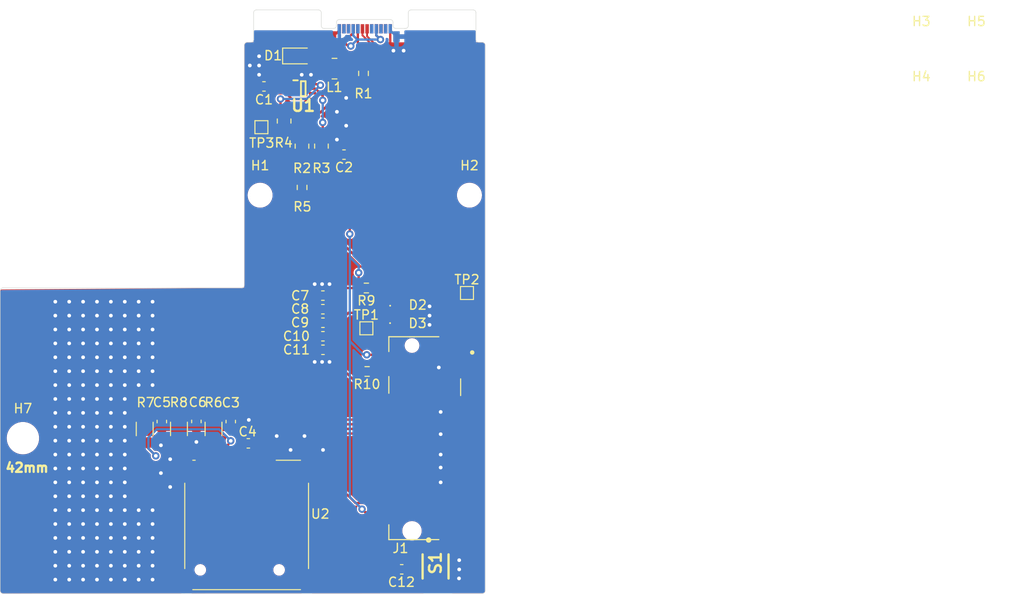
<source format=kicad_pcb>
(kicad_pcb (version 20221018) (generator pcbnew)

  (general
    (thickness 1.6)
  )

  (paper "A4")
  (title_block
    (title "Expansion Card Template")
    (rev "X1")
    (company "Framework")
    (comment 1 "This work is licensed under a Creative Commons Attribution 4.0 International License")
    (comment 4 "https://frame.work")
  )

  (layers
    (0 "F.Cu" signal)
    (31 "B.Cu" signal)
    (32 "B.Adhes" user "B.Adhesive")
    (33 "F.Adhes" user "F.Adhesive")
    (34 "B.Paste" user)
    (35 "F.Paste" user)
    (36 "B.SilkS" user "B.Silkscreen")
    (37 "F.SilkS" user "F.Silkscreen")
    (38 "B.Mask" user)
    (39 "F.Mask" user)
    (40 "Dwgs.User" user "User.Drawings")
    (41 "Cmts.User" user "User.Comments")
    (42 "Eco1.User" user "User.Eco1")
    (43 "Eco2.User" user "User.Eco2")
    (44 "Edge.Cuts" user)
    (45 "Margin" user)
    (46 "B.CrtYd" user "B.Courtyard")
    (47 "F.CrtYd" user "F.Courtyard")
    (48 "B.Fab" user)
    (49 "F.Fab" user)
  )

  (setup
    (stackup
      (layer "F.SilkS" (type "Top Silk Screen"))
      (layer "F.Paste" (type "Top Solder Paste"))
      (layer "F.Mask" (type "Top Solder Mask") (thickness 0.01))
      (layer "F.Cu" (type "copper") (thickness 0.035))
      (layer "dielectric 1" (type "core") (thickness 1.51) (material "FR4") (epsilon_r 4.5) (loss_tangent 0.02))
      (layer "B.Cu" (type "copper") (thickness 0.035))
      (layer "B.Mask" (type "Bottom Solder Mask") (thickness 0.01))
      (layer "B.Paste" (type "Bottom Solder Paste"))
      (layer "B.SilkS" (type "Bottom Silk Screen"))
      (copper_finish "None")
      (dielectric_constraints no)
    )
    (pad_to_mask_clearance 0)
    (aux_axis_origin 100.5 190)
    (grid_origin 100.5 190)
    (pcbplotparams
      (layerselection 0x0001000_7ffffffe)
      (plot_on_all_layers_selection 0x0000000_00000000)
      (disableapertmacros false)
      (usegerberextensions false)
      (usegerberattributes true)
      (usegerberadvancedattributes true)
      (creategerberjobfile true)
      (dashed_line_dash_ratio 12.000000)
      (dashed_line_gap_ratio 3.000000)
      (svgprecision 4)
      (plotframeref false)
      (viasonmask false)
      (mode 1)
      (useauxorigin false)
      (hpglpennumber 1)
      (hpglpenspeed 20)
      (hpglpendiameter 15.000000)
      (dxfpolygonmode true)
      (dxfimperialunits true)
      (dxfusepcbnewfont true)
      (psnegative false)
      (psa4output false)
      (plotreference true)
      (plotvalue true)
      (plotinvisibletext false)
      (sketchpadsonfab false)
      (subtractmaskfromsilk false)
      (outputformat 3)
      (mirror false)
      (drillshape 0)
      (scaleselection 1)
      (outputdirectory "")
    )
  )

  (net 0 "")
  (net 1 "GND")
  (net 2 "+3.3V")
  (net 3 "VBUS")
  (net 4 "/UIM-RESET")
  (net 5 "/UIM-CLK")
  (net 6 "/UIM-DATA")
  (net 7 "/UIM-PWR")
  (net 8 "/RESET")
  (net 9 "Net-(D1-A)")
  (net 10 "Net-(D2-A)")
  (net 11 "/WWAN_ACTIVITY")
  (net 12 "Net-(D3-A)")
  (net 13 "unconnected-(J1-CONFIG_3-Pad1)")
  (net 14 "Net-(J1-~{FULL_CARD_POWER_OFF})")
  (net 15 "/USB_D+")
  (net 16 "unconnected-(J1-~{W_DISABLE1}-Pad8)")
  (net 17 "/USB_D-")
  (net 18 "unconnected-(J1-GPIO_5-Pad20)")
  (net 19 "unconnected-(J1-CONFIG_0-Pad21)")
  (net 20 "unconnected-(J1-GPIO_6-Pad22)")
  (net 21 "Net-(J1-GPIO_11)")
  (net 22 "unconnected-(J1-GPIO_7-Pad24)")
  (net 23 "unconnected-(J1-DPR-Pad25)")
  (net 24 "unconnected-(J1-GPIO_10-Pad26)")
  (net 25 "unconnected-(J1-GPIO_8-Pad28)")
  (net 26 "unconnected-(J1-PERn1{slash}USB3.0-Rx-{slash}SSIC-RxN-Pad29)")
  (net 27 "unconnected-(J1-PERp1{slash}USB3.0-Rx+{slash}SSIC-RxP-Pad31)")
  (net 28 "unconnected-(J1-PETn1{slash}USB3.0-Tx-{slash}SSIC-TxN-Pad35)")
  (net 29 "unconnected-(J1-PETp1{slash}USB3.0-Tx+{slash}SSIC-TxP-Pad37)")
  (net 30 "unconnected-(J1-DEVSLP-Pad38)")
  (net 31 "unconnected-(J1-GPIO_0-Pad40)")
  (net 32 "unconnected-(J1-PERn0{slash}SATA-B+-Pad41)")
  (net 33 "unconnected-(J1-GPIO_1-Pad42)")
  (net 34 "unconnected-(J1-PERp0{slash}SATA-B--Pad43)")
  (net 35 "unconnected-(J1-GPIO_2-Pad44)")
  (net 36 "unconnected-(J1-GPIO_3-Pad46)")
  (net 37 "unconnected-(J1-PETn0{slash}SATA-A--Pad47)")
  (net 38 "unconnected-(J1-GPIO_4-Pad48)")
  (net 39 "unconnected-(J1-PETp0{slash}SATA-A+-Pad49)")
  (net 40 "unconnected-(J1-~{PERST}-Pad50)")
  (net 41 "unconnected-(J1-~{CLKREQ}-Pad52)")
  (net 42 "unconnected-(J1-REFCLKn-Pad53)")
  (net 43 "unconnected-(J1-~{PEWAKE}-Pad54)")
  (net 44 "unconnected-(J1-REFCLKp-Pad55)")
  (net 45 "unconnected-(J1-NC-Pad56)")
  (net 46 "unconnected-(J1-NC-Pad58)")
  (net 47 "unconnected-(J1-ANTCTL0-Pad59)")
  (net 48 "unconnected-(J1-COEX3-Pad60)")
  (net 49 "unconnected-(J1-ANTCTL1-Pad61)")
  (net 50 "unconnected-(J1-COEX2-Pad62)")
  (net 51 "unconnected-(J1-ANTCTL2-Pad63)")
  (net 52 "unconnected-(J1-COEX1-Pad64)")
  (net 53 "unconnected-(J1-ANTCTL3-Pad65)")
  (net 54 "/SIM_DETECT")
  (net 55 "unconnected-(J1-SUSCLK-Pad68)")
  (net 56 "unconnected-(J1-CONFIG_1-Pad69)")
  (net 57 "unconnected-(J1-CONFIG_2-Pad75)")
  (net 58 "Net-(U1-SW)")
  (net 59 "Net-(P1-CC)")
  (net 60 "unconnected-(P1-VCONN-PadB5)")
  (net 61 "Net-(U1-FB)")
  (net 62 "Net-(U1-PG)")
  (net 63 "Net-(U2-I{slash}O)")
  (net 64 "Net-(U2-RST)")
  (net 65 "Net-(U2-CLK)")
  (net 66 "unconnected-(S1-Pad2)")
  (net 67 "unconnected-(S1-Pad4)")
  (net 68 "unconnected-(U2-VPP-PadC6)")

  (footprint "Capacitor_SMD:C_0603_1608Metric" (layer "F.Cu") (at 143.895 187.39))

  (footprint "Diode_SMD:D_SOD-323" (layer "F.Cu") (at 132.65 131.97))

  (footprint "Connector_USB:USB_C_Plug_Molex_105444" (layer "F.Cu") (at 139.918 129))

  (footprint "TPS:SOTFL50P160X60-6N" (layer "F.Cu") (at 133.268 135.5))

  (footprint "MountingHole:MountingHole_2.2mm_M2" (layer "F.Cu") (at 128.608 147))

  (footprint "Resistor_SMD:R_0805_2012Metric" (layer "F.Cu") (at 135.23 141.7025 -90))

  (footprint "MountingHole:MountingHole_2.2mm_M2" (layer "F.Cu") (at 151.208 147))

  (footprint "Resistor_SMD:R_1206_3216Metric" (layer "F.Cu") (at 119.85 172.23 90))

  (footprint "Capacitor_SMD:C_0603_1608Metric" (layer "F.Cu") (at 121.73 171.425 90))

  (footprint "TestPoint:TestPoint_Pad_1.0x1.0mm" (layer "F.Cu") (at 140.08 161.37))

  (footprint "MountingHole:MountingHole_2.2mm_M2" (layer "F.Cu") (at 205.935 137.39))

  (footprint "NGFF:TE_2199119-3" (layer "F.Cu") (at 145.005 173.23 -90))

  (footprint "Capacitor_SMD:C_0603_1608Metric" (layer "F.Cu") (at 127.34 173.79 180))

  (footprint "Diode_SMD:D_0402_1005Metric" (layer "F.Cu") (at 143.73 160.81))

  (footprint "TestPoint:TestPoint_Pad_1.0x1.0mm" (layer "F.Cu") (at 150.94 157.56))

  (footprint "Capacitor_SMD:C_0603_1608Metric" (layer "F.Cu") (at 125.44 171.44 90))

  (footprint "NSCCP-D-06-G-SMT-SW-T:NSCCP-D-06-G-SMT-SW-T&slash_R" (layer "F.Cu") (at 127.1548 182.5986))

  (footprint "Resistor_SMD:R_1206_3216Metric" (layer "F.Cu") (at 123.58 172.2325 90))

  (footprint "Capacitor_SMD:C_0603_1608Metric" (layer "F.Cu") (at 135.39 162.23 180))

  (footprint "Capacitor_SMD:C_0603_1608Metric" (layer "F.Cu") (at 135.39 160.77 180))

  (footprint "Capacitor_SMD:C_0603_1608Metric" (layer "F.Cu") (at 129.025 135.26 180))

  (footprint "Resistor_SMD:R_0603_1608Metric" (layer "F.Cu") (at 140.08 157.02))

  (footprint "Resistor_SMD:R_1206_3216Metric" (layer "F.Cu") (at 116.15 172.2375 90))

  (footprint "Capacitor_SMD:C_0603_1608Metric" (layer "F.Cu") (at 135.385 157.84 180))

  (footprint "Resistor_SMD:R_0805_2012Metric" (layer "F.Cu") (at 131.2 138.9975 -90))

  (footprint "Capacitor_SMD:C_0603_1608Metric" (layer "F.Cu") (at 118 171.435 -90))

  (footprint "MountingHole:MountingHole_2.2mm_M2" (layer "F.Cu") (at 199.985 137.39))

  (footprint "Resistor_SMD:R_0603_1608Metric" (layer "F.Cu") (at 140.16 166.03))

  (footprint "TestPoint:TestPoint_Pad_1.0x1.0mm" (layer "F.Cu") (at 128.75 139.66))

  (footprint "Inductor_SMD:L_1008_2520Metric" (layer "F.Cu") (at 136.64 133.34))

  (footprint "Resistor_SMD:R_0603_1608Metric" (layer "F.Cu") (at 139.77 133.855 -90))

  (footprint "MountingHole:MountingHole_2.2mm_M2" (layer "F.Cu") (at 199.985 131.44))

  (footprint "Capacitor_SMD:C_0603_1608Metric" (layer "F.Cu") (at 135.395 163.69 180))

  (footprint "MountingHole:MountingHole_2.2mm_M2" (layer "F.Cu") (at 205.935 131.44))

  (footprint "Capacitor_SMD:C_0603_1608Metric" (layer "F.Cu") (at 137.665 142.62 180))

  (footprint "Resistor_SMD:R_0805_2012Metric" (layer "F.Cu") (at 133.13 141.71 -90))

  (footprint "Diode_SMD:D_0402_1005Metric" (layer "F.Cu") (at 143.7375 158.93))

  (footprint "Capacitor_SMD:C_0603_1608Metric" (layer "F.Cu") (at 135.385 159.31 180))

  (footprint "KMR:KMR2_1" (layer "F.Cu") (at 147.55 187.0775 -90))

  (footprint "MountingHole:MountingHole_2.2mm_M2" (layer "F.Cu") (at 103.005 173.23))

  (footprint "Resistor_SMD:R_0603_1608Metric" (layer "F.Cu") (at 133.14 146.165 -90))

  (gr_line (start 152.908 130.8) (end 152.908 156.88)
    (stroke (width 0.05) (type solid)) (layer "Edge.Cuts") (tstamp 00000000-0000-0000-0000-00005fd6c720))
  (gr_arc (start 144.608 128.7) (mid 144.520132 128.912132) (end 144.308 129)
    (stroke (width 0.05) (type solid)) (layer "Edge.Cuts") (tstamp 00000000-0000-0000-0000-00005fd740c4))
  (gr_arc (start 134.908 127) (mid 135.120132 127.087868) (end 135.208 127.3)
    (stroke (width 0.05) (type solid)) (layer "Edge.Cuts") (tstamp 00000000-0000-0000-0000-00005fd740f4))
  (gr_line (start 144.608 128.7) (end 144.608 127.3)
    (stroke (width 0.05) (type solid)) (layer "Edge.Cuts") (tstamp 00000000-0000-0000-0000-00005fd740fa))
  (gr_arc (start 144.608 127.3) (mid 144.695868 127.087868) (end 144.908 127)
    (stroke (width 0.05) (type solid)) (layer "Edge.Cuts") (tstamp 00000000-0000-0000-0000-00005fd740ff))
  (gr_line (start 134.908 127) (end 128.208 127)
    (stroke (width 0.05) (type solid)) (layer "Edge.Cuts") (tstamp 00000000-0000-0000-0000-00005fd74105))
  (gr_line (start 144.908 127) (end 151.608 127)
    (stroke (width 0.05) (type solid)) (layer "Edge.Cuts") (tstamp 00000000-0000-0000-0000-00005fd74106))
  (gr_arc (start 127.908 127.3) (mid 127.995868 127.087868) (end 128.208 127)
    (stroke (width 0.05) (type solid)) (layer "Edge.Cuts") (tstamp 00000000-0000-0000-0000-000060665098))
  (gr_line (start 127.908 130.2) (end 127.908 127.3)
    (stroke (width 0.05) (type solid)) (layer "Edge.Cuts") (tstamp 00000000-0000-0000-0000-00006066509e))
  (gr_arc (start 127.908 130.2) (mid 127.820132 130.412132) (end 127.608 130.5)
    (stroke (width 0.05) (type solid)) (layer "Edge.Cuts") (tstamp 00000000-0000-0000-0000-0000606650b3))
  (gr_arc (start 126.908 130.8) (mid 126.995868 130.587868) (end 127.208 130.5)
    (stroke (width 0.05) (type solid)) (layer "Edge.Cuts") (tstamp 00000000-0000-0000-0000-000060665274))
  (gr_line (start 127.208 130.5) (end 127.608 130.5)
    (stroke (width 0.05) (type solid)) (layer "Edge.Cuts") (tstamp 00000000-0000-0000-0000-0000606654f6))
  (gr_line (start 151.908 130.2) (end 151.908 127.3)
    (stroke (width 0.05) (type solid)) (layer "Edge.Cuts") (tstamp 00000000-0000-0000-0000-000060665555))
  (gr_arc (start 152.608 130.5) (mid 152.820132 130.587868) (end 152.908 130.8)
    (stroke (width 0.05) (type solid)) (layer "Edge.Cuts") (tstamp 00000000-0000-0000-0000-000060665564))
  (gr_arc (start 152.208 130.5) (mid 151.995868 130.412132) (end 151.908 130.2)
    (stroke (width 0.05) (type solid)) (layer "Edge.Cuts") (tstamp 00000000-0000-0000-0000-000060665572))
  (gr_line (start 152.208 130.5) (end 152.608 130.5)
    (stroke (width 0.05) (type solid)) (layer "Edge.Cuts") (tstamp 00000000-0000-0000-0000-000060665583))
  (gr_arc (start 126.907868 156.707868) (mid 126.819998 156.919989) (end 126.607868 157.007868)
    (stroke (width 0.05) (type default)) (layer "Edge.Cuts") (tstamp 1114e806-f3f2-4ee9-94c9-87f9a2f92af9))
  (gr_line (start 135.208 128.7) (end 135.208 127.3)
    (stroke (width 0.05) (type solid)) (layer "Edge.Cuts") (tstamp 405ca6ac-788c-4cbf-9439-8a7e29567e7c))
  (gr_line (start 135.508 129) (end 135.608 129)
    (stroke (width 0.05) (type default)) (layer "Edge.Cuts") (tstamp 4441da39-3332-4861-9b96-cc5e1365621c))
  (gr_line (start 152.908 156.88) (end 152.907868 189.697868)
    (stroke (width 0.05) (type default)) (layer "Edge.Cuts") (tstamp 497655a0-fd75-4b4b-b05b-f486090b9939))
  (gr_line (start 126.907868 156.707868) (end 126.907868 130.8)
    (stroke (width 0.05) (type default)) (layer "Edge.Cuts") (tstamp 64d4a659-2d8d-4323-b0f3-18a667346fe4))
  (gr_arc (start 152.907868 189.697868) (mid 152.82 189.91) (end 152.607868 189.997868)
    (stroke (width 0.05) (type solid)) (layer "Edge.Cuts") (tstamp 69e87e04-5ebd-4e24-9f08-83d49b18f97a))
  (gr_arc (start 100.56 157.31) (mid 100.64787 157.097879) (end 100.86 157.01)
    (stroke (width 0.05) (type default)) (layer "Edge.Cuts") (tstamp 71c9865d-ba7c-4ed0-8549-1151d6d96c5d))
  (gr_line (start 100.86 190.007868) (end 152.607868 189.997868)
    (stroke (width 0.05) (type default)) (layer "Edge.Cuts") (tstamp 7736dc56-5a8a-4813-a91d-66472ee5cbf5))
  (gr_line (start 100.56 157.31) (end 100.56 189.707868)
    (stroke (width 0.05) (type default)) (layer "Edge.Cuts") (tstamp 82572620-4d95-409e-aef7-76574676e40d))
  (gr_arc (start 135.508 129) (mid 135.295868 128.912132) (end 135.208 128.7)
    (stroke (width 0.05) (type solid)) (layer "Edge.Cuts") (tstamp 8f5e6bdb-d014-41c4-ab8a-1838c9934570))
  (gr_line (start 144.208 129) (end 144.308 129)
    (stroke (width 0.05) (type default)) (layer "Edge.Cuts") (tstamp 96d560f8-7c40-4c50-842a-c23e5c1c9d38))
  (gr_arc (start 100.86 190.007868) (mid 100.647859 189.920009) (end 100.56 189.707868)
    (stroke (width 0.05) (type default)) (layer "Edge.Cuts") (tstamp 97df0da4-ef01-4516-9252-d89668d39a62))
  (gr_arc (start 151.608 127) (mid 151.820132 127.087868) (end 151.908 127.3)
    (stroke (width 0.05) (type solid)) (layer "Edge.Cuts") (tstamp c8489683-1909-40fa-8fb9-71bb925efd5f))
  (gr_line (start 100.86 157.01) (end 126.6 157.007868)
    (stroke (width 0.05) (type default)) (layer "Edge.Cuts") (tstamp c9e4c29a-7d6e-4788-b9c0-9abf7aeb3283))
  (gr_text "42mm" (at 101 177) (layer "F.SilkS") (tstamp d2e9adc4-1307-425d-b9d5-67813b2610a2)
    (effects (font (size 1 1) (thickness 0.25) bold) (justify left bottom))
  )

  (segment (start 150.28 170.48) (end 149.605 170.48) (width 0.25) (layer "F.Cu") (net 1) (tstamp 18f2aa3b-5ccd-458b-ad0c-527e015995fa))
  (segment (start 149.605 177.98) (end 150.28 177.98) (width 0.25) (layer "F.Cu") (net 1) (tstamp 1e84e8e3-8296-4dd4-b6e1-84c9b780c79c))
  (segment (start 149.655 174.98) (end 150.28 174.98) (width 0.25) (layer "F.Cu") (net 1) (tstamp 2653fad1-fb7f-4daa-bda4-ec2e10d7527b))
  (segment (start 125.44 172.215) (end 125.535 172.215) (width 0.25) (layer "F.Cu") (net 1) (tstamp 28353f99-61cf-410c-9612-ae379b87c648))
  (segment (start 137.158 129.21) (end 136.488 129.88) (width 0.25) (layer "F.Cu") (net 1) (tstamp 38ee90e7-d9b9-40ef-8eec-071f6711d5a4))
  (segment (start 125.44 172.215) (end 125.545 172.215) (width 0.25) (layer "F.Cu") (net 1) (tstamp 3ce82a85-f78a-476b-8b50-14ebec914cdc))
  (segment (start 128.58 134.93) (end 128.25 135.26) (width 0.25) (layer "F.Cu") (net 1) (tstamp 53b9d3c5-8072-4151-bf1b-b1b5b955dcea))
  (segment (start 150.28 166.48) (end 149.655 166.48) (width 0.25) (layer "F.Cu") (net 1) (tstamp 549b64e4-237a-4889-8aa4-cb98a01a9751))
  (segment (start 134.615 163.685) (end 134.62 163.69) (width 0.25) (layer "F.Cu") (net 1) (tstamp 56306207-3d61-43ad-a613-13f64036ee59))
  (segment (start 137.158 129.04) (end 137.158 129.21) (width 0.25) (layer "F.Cu") (net 1) (tstamp 584a3bd1-3497-4b01-b47a-942907121381))
  (segment (start 150.28 181.98) (end 150.28 181.48) (width 0.25) (layer "F.Cu") (net 1) (tstamp 67128445-d617-4577-ad2d-eed57104381d))
  (segment (start 125.545 172.215) (end 126.41 171.35) (width 0.25) (layer "F.Cu") (net 1) (tstamp 6766c10d-6d52-4f2e-8cbc-bc34041da726))
  (segment (start 150.28 173.48) (end 149.605 173.48) (width 0.25) (layer "F.Cu") (net 1) (tstamp 76cfefc8-b3dd-434e-b04a-cafee5ecedb0))
  (segment (start 125.44 172.215) (end 125.565 172.215) (width 0.25) (layer "F.Cu") (net 1) (tstamp 7f367782-b947-4c30-9b08-265d01eac9b9))
  (segment (start 150.28 164.48) (end 150.28 164.98) (width 0.25) (layer "F.Cu") (net 1) (tstamp 83192abb-d71f-4b94-a692-356f4522c2c3))
  (segment (start 143.73 159.76) (end 144.01 159.76) (width 0.25) (layer "F.Cu") (net 1) (tstamp 86874b43-e0b1-4b7c-8527-d4897f3f40d6))
  (segment (start 128.6788 174.8212) (end 129.5 174) (width 0.25) (layer "F.Cu") (net 1) (tstamp 8964e1ee-88e3-4cc6-8ff5-1e9f44fd0a60))
  (segment (start 150.28 176.48) (end 149.655 176.48) (width 0.25) (layer "F.Cu") (net 1) (tstamp 8be873ab-2146-49e9-adeb-ba3bedc27327))
  (segment (start 143.2525 158.93) (end 143.2525 159.2825) (width 0.25) (layer "F.Cu") (net 1) (tstamp 8dde1f64-f06e-4c74-9e2c-00a47dd982fd))
  (segment (start 135.23 142.615) (end 136.885 142.615) (width 0.25) (layer "F.Cu") (net 1) (tstamp 94fb8177-2457-4973-a55f-8877623a524b))
  (segment (start 128.6788 175.2199) (end 128.6788 174.8212) (width 0.25) (layer "F.Cu") (net 1) (tstamp 9c142fa4-455a-499e-a153-27e534cb8c16))
  (segment (start 143.2525 159.2825) (end 143.73 159.76) (width 0.25) (layer "F.Cu") (net 1) (tstamp 9dd855e5-73e7-4584-8938-331bfb4b9ac6))
  (segment (start 149.65 164.98) (end 150.28 164.98) (width 0.25) (layer "F.Cu") (net 1) (tstamp a4c32a17-5b4b-4c16-8f95-ddada0d14fa1))
  (segment (start 134.61 160.765) (end 134.615 160.77) (width 0.25) (layer "F.Cu") (net 1) (tstamp b7856819-bf19-4baf-a906-13b9d263e11a))
  (segment (start 136.488 129.88) (end 136.488 130.912) (width 0.25) (layer "F.Cu") (net 1) (tstamp c022f80c-4445-4f28-ba8c-1688d88cda4b))
  (segment (start 150.28 181.48) (end 149.655 181.48) (width 0.25) (layer "F.Cu") (net 1) (tstamp ca5371ba-7e2b-447e-a246-d8d069c3e60e))
  (segment (start 136.488 130.912) (end 136.4 131) (width 0.25) (layer "F.Cu") (net 1) (tstamp d7ead074-7da5-489e-8efd-97928145a850))
  (segment (start 142.658 129.04) (end 142.658 130.642) (width 0.25) (layer "F.Cu") (net 1) (tstamp e186d50f-b8f4-4bd7-acca-069e7e9c27d5))
  (segment (start 150.28 177.98) (end 150.905 177.98) (width 0.25) (layer "F.Cu") (net 1) (tstamp ef7995de-975b-4bec-9431-ca677f18a202))
  (segment (start 136.885 142.615) (end 136.89 142.62) (width 0.25) (layer "F.Cu") (net 1) (tstamp f1cbd93b-f059-4a12-a8fa-4ff4d1901837))
  (segment (start 150.28 171.98) (end 149.605 171.98) (width 0.25) (layer "F.Cu") (net 1) (tstamp facb67d5-8391-42d8-b3e8-5cc10c977359))
  (via (at 114 172) (size 0.8) (drill 0.4) (layers "F.Cu" "B.Cu") (free) (net 1) (tstamp 01f405fe-eda9-4c15-a5bb-186dac851444))
  (via (at 106.5 182.5) (size 0.8) (drill 0.4) (layers "F.Cu" "B.Cu") (free) (net 1) (tstamp 02575d5f-ee44-4f78-bd55-316501e928c3))
  (via (at 143 131.4) (size 0.8) (drill 0.4) (layers "F.Cu" "B.Cu") (free) (net 1) (tstamp 02b9a713-f34c-418f-9040-80f1841753db))
  (via (at 106.5 166) (size 0.8) (drill 0.4) (layers "F.Cu" "B.Cu") (free) (net 1) (tstamp 033f8fdc-9a60-4a87-8411-e98bd63dbb92))
  (via (at 109.5 169) (size 0.8) (drill 0.4) (layers "F.Cu" "B.Cu") (free) (net 1) (tstamp 0392ccc6-9514-4382-9718-a6b5ad534114))
  (via (at 111 160) (size 0.8) (drill 0.4) (layers "F.Cu" "B.Cu") (free) (net 1) (tstamp 07755962-1abe-46cd-bf07-8e4c11d0d942))
  (via (at 128.5 133) (size 0.8) (drill 0.4) (layers "F.Cu" "B.Cu") (free) (net 1) (tstamp 08964a2f-09a7-4b6c-8b96-0963b4b55379))
  (via (at 106.5 175) (size 0.8) (drill 0.4) (layers "F.Cu" "B.Cu") (free) (net 1) (tstamp 0897f2c3-48df-475b-b127-84915715053f))
  (via (at 128.5 134) (size 0.8) (drill 0.4) (layers "F.Cu" "B.Cu") (free) (net 1) (tstamp 099d58ca-a520-4506-a0bd-d019fc556289))
  (via (at 114 179.5) (size 0.8) (drill 0.4) (layers "F.Cu" "B.Cu") (free) (net 1) (tstamp 0b12c6c1-e8f2-4450-bbac-68d2f429f601))
  (via (at 133.1 134) (size 0.8) (drill 0.4) (layers "F.Cu" "B.Cu") (free) (net 1) (tstamp 0c0afc01-c1a3-4b76-9ff8-45433cdc79eb))
  (via (at 117 164.5) (size 0.8) (drill 0.4) (layers "F.Cu" "B.Cu") (free) (net 1) (tstamp 0d735376-854e-4335-8ef7-05dc7fa45111))
  (via (at 112.5 173.5) (size 0.8) (drill 0.4) (layers "F.Cu" "B.Cu") (free) (net 1) (tstamp 0e6518fe-5244-4e72-9ae6-c7f1b94f3f5e))
  (via (at 117 185.5) (size 0.8) (drill 0.4) (layers "F.Cu" "B.Cu") (free) (net 1) (tstamp 1039a8eb-0dd2-43df-a256-3577a5079393))
  (via (at 106.5 178) (size 0.8) (drill 0.4) (layers "F.Cu" "B.Cu") (free) (net 1) (tstamp 1170b8ef-a5b3-4129-99d9-19251a6bff67))
  (via (at 111 185.5) (size 0.8) (drill 0.4) (layers "F.Cu" "B.Cu") (free) (net 1) (tstamp 11aa3e2e-665c-4ee0-bba8-e7aca73778ef))
  (via (at 114 160) (size 0.8) (drill 0.4) (layers "F.Cu" "B.Cu") (free) (net 1) (tstamp 13174ce5-4487-4483-869d-263915d35597))
  (via (at 114 178) (size 0.8) (drill 0.4) (layers "F.Cu" "B.Cu") (free) (net 1) (tstamp 131d7e96-c618-4f43-93d3-2a73248e3eb0))
  (via (at 134.1 134) (size 0.8) (drill 0.4) (layers "F.Cu" "B.Cu") (free) (net 1) (tstamp 132e1965-ccc5-4eb3-a92f-2fe9419285c8))
  (via (at 111 188.5) (size 0.8) (drill 0.4) (layers "F.Cu" "B.Cu") (free) (net 1) (tstamp 13de2fbf-3f19-4cba-a6d7-1323a1e28405))
  (via (at 117 167.5) (size 0.8) (drill 0.4) (layers "F.Cu" "B.Cu") (free) (net 1) (tstamp 13f97261-6972-45a5-af84-86d373747d3c))
  (via (at 148.1 176.4) (size 0.8) (drill 0.4) (layers "F.Cu" "B.Cu") (free) (net 1) (tstamp 1ae791b5-e49c-46bc-9657-1fb4d5b0e353))
  (via (at 131.9 174.5) (size 0.8) (drill 0.4) (layers "F.Cu" "B.Cu") (free) (net 1) (tstamp 1ca4070b-4902-4fe6-8e74-ac268143c878))
  (via (at 117.9 177) (size 0.8) (drill 0.4) (layers "F.Cu" "B.Cu") (free) (net 1) (tstamp 1d03bec3-1bce-4d56-b75e-6edf67bd929d))
  (via (at 106.5 188.5) (size 0.8) (drill 0.4) (layers "F.Cu" "B.Cu") (free) (net 1) (tstamp 1d7129e4-77b0-4343-a863-9c68cc73a1c4))
  (via (at 112.5 176.5) (size 0.8) (drill 0.4) (layers "F.Cu" "B.Cu") (free) (net 1) (tstamp 1dba8517-73a0-494e-9871-1432381d5510))
  (via (at 136.9 138) (size 0.8) (drill 0.4) (layers "F.Cu" "B.Cu") (free) (net 1) (tstamp 24b39ea0-131a-4927-9008-c863e7d4602d))
  (via (at 106.5 170.5) (size 0.8) (drill 0.4) (layers "F.Cu" "B.Cu") (free) (net 1) (tstamp 24be8740-1d18-490e-b326-82cf22ff4ba1))
  (via (at 148.1 175) (size 0.8) (drill 0.4) (layers "F.Cu" "B.Cu") (free) (net 1) (tstamp 27d6dd00-c074-4bfa-8b19-c95d35dae4f3))
  (via (at 117 166) (size 0.8) (drill 0.4) (layers "F.Cu" "B.Cu") (free) (net 1) (tstamp 2a666b57-efe2-414d-94c3-aa2b52e731c9))
  (via (at 108 160) (size 0.8) (drill 0.4) (layers "F.Cu" "B.Cu") (free) (net 1) (tstamp 2db1cdbf-f90d-4399-ba27-d87d98c4efbf))
  (via (at 114 169) (size 0.8) (drill 0.4) (layers "F.Cu" "B.Cu") (free) (net 1) (tstamp 2f8c8151-dc56-43cf-a0ac-6bff3e733610))
  (via (at 114 184) (size 0.8) (drill 0.4) (layers "F.Cu" "B.Cu") (free) (net 1) (tstamp 30c8c86c-6ad3-4895-9f7c-7403f78c3a2e))
  (via (at 111 170.5) (size 0.8) (drill 0.4) (layers "F.Cu" "B.Cu") (free) (net 1) (tstamp 316064d0-b24b-49cf-a318-c99ec73fcd5f))
  (via (at 114 158.5) (size 0.8) (drill 0.4) (layers "F.Cu" "B.Cu") (free) (net 1) (tstamp 36c3cf82-f926-4c33-89db-056334701ad9))
  (via (at 106.5 167.5) (size 0.8) (drill 0.4) (layers "F.Cu" "B.Cu") (free) (net 1) (tstamp 3742c76f-fc82-4c81-8d2b-ec3167091323))
  (via (at 111 179.5) (size 0.8) (drill 0.4) (layers "F.Cu" "B.Cu") (free) (net 1) (tstamp 382727a7-60d1-4ab4-b189-c4b94bb164f1))
  (via (at 108 164.5) (size 0.8) (drill 0.4) (layers "F.Cu" "B.Cu") (free) (net 1) (tstamp 384e77ab-f7a5-4f64-8703-d967e999822f))
  (via (at 114 188.5) (size 0.8) (drill 0.4) (layers "F.Cu" "B.Cu") (free) (net 1) (tstamp 38c09d09-6286-4236-8ebf-ddb2dfe9f247))
  (via (at 109.5 173.5) (size 0.8) (drill 0.4) (layers "F.Cu" "B.Cu") (free) (net 1) (tstamp 3b22a42f-c8da-4e56-960b-ae3fd84bb8ca))
  (via (at 115.5 182.5) (size 0.8) (drill 0.4) (layers "F.Cu" "B.Cu") (free) (net 1) (tstamp 3bd27abe-ab8d-4440-901f-8509bfd174ee))
  (via (at 106.5 181) (size 0.8) (drill 0.4) (layers "F.Cu" "B.Cu") (free) (net 1) (tstamp 3c2dac35-89c2-410a-b2eb-91b76e07a48a))
  (via (at 108 158.5) (size 0.8) (drill 0.4) (layers "F.Cu" "B.Cu") (free) (net 1) (tstamp 3c4316f1-ea43-49e5-bf87-a571aa50b9f2))
  (via (at 114 166) (size 0.8) (drill 0.4) (layers "F.Cu" "B.Cu") (free) (net 1) (tstamp 3ce4a0c5-cf07-4168-bed7-a865eb8f6f25))
  (via (at 135.3 156.6) (size 0.8) (drill 0.4) (layers "F.Cu" "B.Cu") (free) (net 1) (tstamp 3e91b324-eebb-4cba-b91d-a2f1331b9633))
  (via (at 109.5 161.5) (size 0.8) (drill 0.4) (layers "F.Cu" "B.Cu") (free) (net 1) (tstamp 3fe9be2c-9abb-4e60-a0c7-7c33fde1af3c))
  (via (at 109.5 184) (size 0.8) (drill 0.4) (layers "F.Cu" "B.Cu") (free) (net 1) (tstamp 430a42d6-25dc-4e83-96fd-ac18dedbbb3e))
  (via (at 112.5 188.5) (size 0.8) (drill 0.4) (layers "F.Cu" "B.Cu") (free) (net 1) (tstamp 4623e333-e74b-48cb-9d65-60a3845a8a1b))
  (via (at 137.9 136.5) (size 0.8) (drill 0.4) (layers "F.Cu" "B.Cu") (free) (net 1) (tstamp 4786734d-1a7c-44b3-a49a-9015d618267e))
  (via (at 136.9 141) (size 0.8) (drill 0.4) (layers "F.Cu" "B.Cu") (free) (net 1) (tstamp 47f68f11-da7e-42e9-b2f5-9db5e1ecf211))
  (via (at 111 176.5) (size 0.8) (drill 0.4) (layers "F.Cu" "B.Cu") (free) (net 1) (tstamp 4895575d-b17e-430f-8d30-993fc2faa833))
  (via (at 115.5 160) (size 0.8) (drill 0.4) (layers "F.Cu" "B.Cu") (free) (net 1) (tstamp 4a24b8f1-1feb-4ef9-ac81-0bc117d11325))
  (via (at 111 169) (size 0.8) (drill 0.4) (layers "F.Cu" "B.Cu") (free) (net 1) (tstamp 4abc3ca3-8d67-4c9e-a7b1-20aa1a92f30b))
  (via (at 111 158.5) (size 0.8) (drill 0.4) (layers "F.Cu" "B.Cu") (free) (net 1) (tstamp 4d2fb6d9-d5b4-41fa-a8e7-5d4f525c9380))
  (via (at 112.5 164.5) (size 0.8) (drill 0.4) (layers "F.Cu" "B.Cu") (free) (net 1) (tstamp 4e2ccc22-fdf5-4850-8786-8a09913f0f4c))
  (via (at 127.5 133) (size 0.8) (drill 0.4) (layers "F.Cu" "B.Cu") (free) (net 1) (tstamp 4eadb1e6-b1d4-4deb-989b-cf3682362b1b))
  (via (at 117 188.5) (size 0.8) (drill 0.4) (layers "F.Cu" "B.Cu") (free) (net 1) (tstamp 4fc9ee49-ec43-417e-b5a9-92ad0e6561fd))
  (via (at 111 167.5) (size 0.8) (drill 0.4) (layers "F.Cu" "B.Cu") (free) (net 1) (tstamp 525745ac-3415-4a54-928c-3b0da5aae717))
  (via (at 114 167.5) (size 0.8) (drill 0.4) (layers "F.Cu" "B.Cu") (free) (net 1) (tstamp 5526c415-a659-4f21-b900-332eb379fa96))
  (via (at 117 187) (size 0.8) (drill 0.4) (layers "F.Cu" "B.Cu") (free) (net 1) (tstamp 591e69b3-e2de-426c-8519-fe04824e939b))
  (via (at 115.5 164.5) (size 0.8) (drill 0.4) (layers "F.Cu" "B.Cu") (free) (net 1) (tstamp 59c9e42d-e4f3-4fd1-91c4-cc7e8be7d000))
  (via (at 106.5 164.5) (size 0.8) (drill 0.4) (layers "F.Cu" "B.Cu") (free) (net 1) (tstamp 5b2dd8b9-9e55-4979-ba0c-1a75cc00b304))
  (via (at 144.1 131.4) (size 0.8) (drill 0.4) (layers "F.Cu" "B.Cu") (free) (net 1) (tstamp 5c4cc67e-0887-4fd0-8a63-475e4ca65b02))
  (via (at 117 184) (size 0.8) (drill 0.4) (layers "F.Cu" "B.Cu") (free) (net 1) (tstamp 5e1304f2-4209-448b-a8eb-86bfe40c5e97))
  (via (at 148.1 172.8) (size 0.8) (drill 0.4) (layers "F.Cu" "B.Cu") (free) (net 1) (tstamp 63f93df5-dc34-41ae-a0ab-67ea12100163))
  (via (at 108 173.5) (size 0.8) (drill 0.4) (layers "F.Cu" "B.Cu") (free) (net 1) (tstamp 6406048b-c000-472f-8800-bb73a72b78ad))
  (via (at 128.5 132) (size 0.8) (drill 0.4) (layers "F.Cu" "B.Cu") (free) (net 1) (tstamp 65bf235a-11e7-40c1-81b2-cd2161997a07))
  (via (at 117 160) (size 0.8) (drill 0.4) (layers "F.Cu" "B.Cu") (free) (net 1) (tstamp 669b4bc0-479d-4e94-91c3-8e26cb8a6f65))
  (via (at 109.5 178) (size 0.8) (drill 0.4) (layers "F.Cu" "B.Cu") (free) (net 1) (tstamp 66e1bd96-de6f-4a8f-92d2-1b1ecc480fe6))
  (via (at 106.5 161.5) (size 0.8) (drill 0.4) (layers "F.Cu" "B.Cu") (free) (net 1) (tstamp 6870300f-2031-4055-bffa-6802efe0169f))
  (via (at 112.5 158.5) (size 0.8) (drill 0.4) (layers "F.Cu" "B.Cu") (free) (net 1) (tstamp 693f345c-d568-4557-8dbc-9d07fa6102e7))
  (via (at 117 161.5) (size 0.8) (drill 0.4) (layers "F.Cu" "B.Cu") (free) (net 1) (tstamp 6e7de2e6-3d06-4113-a4b1-55de351e3157))
  (via (at 150.08 188.37) (size 0.8) (drill 0.4) (layers "F.Cu" "B.Cu") (free) (net 1) (tstamp 70772cff-9c66-4b71-9d6e-7c681dce6ebe))
  (via (at 111 172) (size 0.8) (drill 0.4) (layers "F.Cu" "B.Cu") (free) (net 1) (tstamp 73031350-b993-42d8-866f-ecbc3ed36fa7))
  (via (at 112.5 160) (size 0.8) (drill 0.4) (layers "F.Cu" "B.Cu") (free) (net 1) (tstamp 732f1b46-c7e1-4eac-b854-802753e876b0))
  (via (at 108 184) (size 0.8) (drill 0.4) (layers "F.Cu" "B.Cu") (free) (net 1) (tstamp 77548025-7cfc-43d3-8af2-010631dacbd9))
  (via (at 108 175) (size 0.8) (drill 0.4) (layers "F.Cu" "B.Cu") (free) (net 1) (tstamp 77b1910e-3a09-4fb8-a43a-e7a6928f948a))
  (via (at 111 163) (size 0.8) (drill 0.4) (layers "F.Cu" "B.Cu") (free) (net 1) (tstamp 77b633bd-4c23-4b1e-9328-8c754f77d4ee))
  (via (at 109.5 181) (size 0.8) (drill 0.4) (layers "F.Cu" "B.Cu") (free) (net 1) (tstamp 7858eace-ff66-474c-800f-8268412eeaea))
  (via (at 136.1 165) (size 0.8) (drill 0.4) (layers "F.Cu" "B.Cu") (free) (net 1) (tstamp 7935c793-3d18-45e7-b6ab-da99f89e1afa))
  (via (at 115.5 187) (size 0.8) (drill 0.4) (layers "F.Cu" "B.Cu") (free) (net 1) (tstamp 793a72ad-85f4-49e8-b1ed-eeb6c8d7f1ff))
  (via (at 115.5 166) (size 0.8) (drill 0.4) (layers "F.Cu" "B.Cu") (free) (net 1) (tstamp 7cf80ca8-8264-42f9-a344-a856e59c47be))
  (via (at 115.5 167.5) (size 0.8) (drill 0.4) (layers "F.Cu" "B.Cu") (free) (net 1) (tstamp 7db17f06-2215-48df-8c1f-d691f40ff184))
  (via (at 115.5 161.5) (size 0.8) (drill 0.4) (layers "F.Cu" "B.Cu") (free) (net 1) (tstamp 7db6dfb6-7eaa-4f85-bdda-6848f9ac971f))
  (via (at 114 173.5) (size 0.8) (drill 0.4) (layers "F.Cu" "B.Cu") (free) (net 1) (tstamp 7e7d09e1-8297-4b9b-8946-a43acc5571d8))
  (via (at 112.5 181) (size 0.8) (drill 0.4) (layers "F.Cu" "B.Cu") (free) (net 1) (tstamp 7f9d8492-0207-4357-8f87-f86fd40055bf))
  (via (at 111 166) (size 0.8) (drill 0.4) (layers "F.Cu" "B.Cu") (free) (net 1) (tstamp 81e56ddd-6f79-4a5e-82ba-4d26484fc2d4))
  (via (at 114 161.5) (size 0.8) (drill 0.4) (layers "F.Cu" "B.Cu") (free) (net 1) (tstamp 81f8c842-f248-4107-9d13-e57591eb8440))
  (via (at 146.9 160) (size 0.8) (drill 0.4) (layers "F.Cu" "B.Cu") (free) (net 1) (tstamp 8251c6f3-4d3c-4d27-b0a7-85f3ef2574af))
  (via (at 109.5 182.5) (size 0.8) (drill 0.4) (layers "F.Cu" "B.Cu") (free) (net 1) (tstamp 8510e590-ac5c-4b5e-a56e-72d2504c277f))
  (via (at 137.9 139.5) (size 0.8) (drill 0.4) (layers "F.Cu" "B.Cu") (free) (net 1) (tstamp 85807416-81c5-41bd-9eb1-081cab4f7f02))
  (via (at 109.5 164.5) (size 0.8) (drill 0.4) (layers "F.Cu" "B.Cu") (free) (net 1) (tstamp 88dc0880-861d-40b9-baa3-282f35254fef))
  (via (at 109.5 176.5) (size 0.8) (drill 0.4) (layers "F.Cu" "B.Cu") (free) (net 1) (tstamp 8afa60e7-b7ac-4aa6-9bb7-5a7c13d5dcb7))
  (via (at 114 175) (size 0.8) (drill 0.4) (layers "F.Cu" "B.Cu") (free) (net 1) (tstamp 8b0eb9e1-2f07-4c5a-bff6-129ebdc45ed9))
  (via (at 114 187) (size 0.8) (drill 0.4) (layers "F.Cu" "B.Cu") (free) (net 1) (tstamp 8b8967ec-018d-4a86-9af7-cdc25f5ad880))
  (via (at 112.5 185.5) (size 0.8) (drill 0.4) (layers "F.Cu" "B.Cu") (free) (net 1) (tstamp 8be33741-4666-4435-af2b-36eaf10b5b34))
  (via (at 108 161.5) (size 0.8) (drill 0.4) (layers "F.Cu" "B.Cu") (free) (net 1) (tstamp 8c104c40-ccdb-4d29-a9e7-2fae0ca7c4d5))
  (via (at 111 187) (size 0.8) (drill 0.4) (layers "F.Cu" "B.Cu") (free) (net 1) (tstamp 8cb0965b-e947-4af7-9be7-55ac41f5f196))
  (via (at 112.5 163) (size 0.8) (drill 0.4) (layers "F.Cu" "B.Cu") (free) (net 1) (tstamp 8cb74d9a-30c2-422d-870d-edff73dd4a5e))
  (via (at 108 176.5) (size 0.8) (drill 0.4) (layers "F.Cu" "B.Cu") (free) (net 1) (tstamp 8dfc2741-2aab-4354-ad07-3f29ad555390))
  (via (at 112.5 184) (size 0.8) (drill 0.4) (layers "F.Cu" "B.Cu") (free) (net 1) (tstamp 8f8e886c-5b03-4d6b-8625-5385233fb1f4))
  (via (at 109.5 166) (size 0.8) (drill 0.4) (layers "F.Cu" "B.Cu") (free) (net 1) (tstamp 8fa456b8-c895-4884-94c1-a6026d931211))
  (via (at 130.4 173) (size 0.8) (drill 0.4) (layers "F.Cu" 
... [224717 chars truncated]
</source>
